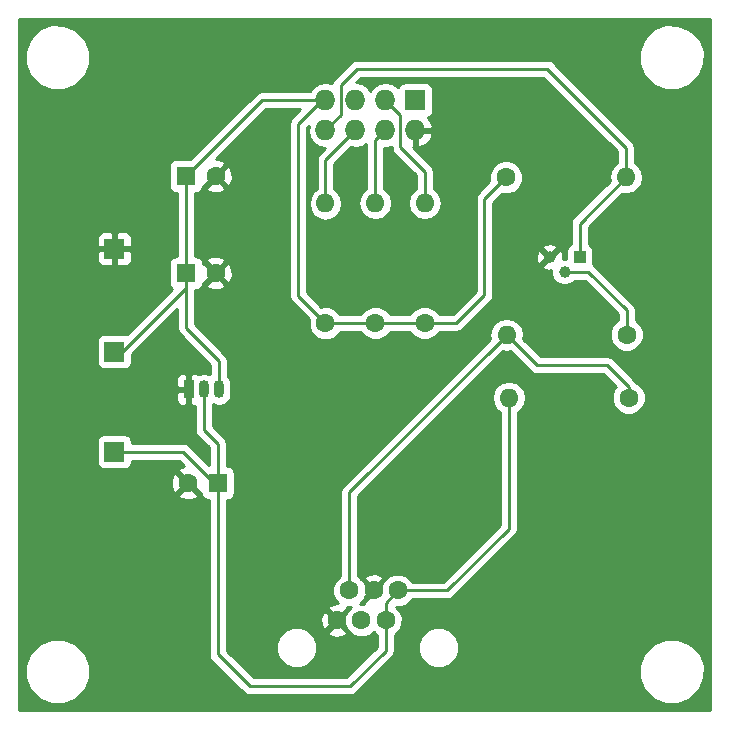
<source format=gbr>
G04 #@! TF.FileFunction,Copper,L1,Top,Signal*
%FSLAX46Y46*%
G04 Gerber Fmt 4.6, Leading zero omitted, Abs format (unit mm)*
G04 Created by KiCad (PCBNEW 4.0.7) date 12/15/18 01:51:04*
%MOMM*%
%LPD*%
G01*
G04 APERTURE LIST*
%ADD10C,0.100000*%
%ADD11R,1.600000X1.600000*%
%ADD12C,1.600000*%
%ADD13R,1.700000X1.700000*%
%ADD14C,1.000000*%
%ADD15R,1.000000X1.000000*%
%ADD16O,0.900000X1.500000*%
%ADD17R,0.900000X1.500000*%
%ADD18R,1.727200X1.727200*%
%ADD19O,1.727200X1.727200*%
%ADD20O,1.600000X1.600000*%
%ADD21C,0.250000*%
%ADD22C,0.254000*%
G04 APERTURE END LIST*
D10*
D11*
X117576600Y-140030200D03*
D12*
X115076600Y-140030200D03*
D11*
X114884200Y-122275600D03*
D12*
X117384200Y-122275600D03*
D11*
X114884200Y-114046000D03*
D12*
X117384200Y-114046000D03*
X132801200Y-149134800D03*
X131781200Y-151674800D03*
X130761200Y-149134800D03*
X129741200Y-151674800D03*
X128721200Y-149134800D03*
X127701200Y-151674800D03*
D13*
X108813600Y-128905000D03*
X108813600Y-137388600D03*
X108813600Y-120218200D03*
D14*
X146939000Y-122174000D03*
X145669000Y-120904000D03*
D15*
X148209000Y-120904000D03*
D16*
X116382800Y-132105400D03*
X117652800Y-132105400D03*
D17*
X115112800Y-132105400D03*
D18*
X134315200Y-107619800D03*
D19*
X134315200Y-110159800D03*
X131775200Y-107619800D03*
X131775200Y-110159800D03*
X129235200Y-107619800D03*
X129235200Y-110159800D03*
X126695200Y-107619800D03*
X126695200Y-110159800D03*
D12*
X135102600Y-126492000D03*
D20*
X135102600Y-116332000D03*
D12*
X130911600Y-126492000D03*
D20*
X130911600Y-116332000D03*
D12*
X126695200Y-126517400D03*
D20*
X126695200Y-116357400D03*
D12*
X152196800Y-127482600D03*
D20*
X142036800Y-127482600D03*
D12*
X152374600Y-132816600D03*
D20*
X142214600Y-132816600D03*
D12*
X141986000Y-114147600D03*
D20*
X152146000Y-114147600D03*
D21*
X117576600Y-140030200D02*
X117246400Y-140030200D01*
X117246400Y-140030200D02*
X114604800Y-137388600D01*
X114604800Y-137388600D02*
X108813600Y-137388600D01*
X117576600Y-140030200D02*
X117576600Y-136702800D01*
X116382800Y-135509000D02*
X116382800Y-132105400D01*
X117576600Y-136702800D02*
X116382800Y-135509000D01*
X131781200Y-151674800D02*
X131781200Y-154248200D01*
X117576600Y-154533600D02*
X117576600Y-140030200D01*
X120294400Y-157251400D02*
X117576600Y-154533600D01*
X128778000Y-157251400D02*
X120294400Y-157251400D01*
X131781200Y-154248200D02*
X128778000Y-157251400D01*
X132801200Y-149134800D02*
X136970800Y-149134800D01*
X142214600Y-143891000D02*
X142214600Y-132816600D01*
X136970800Y-149134800D02*
X142214600Y-143891000D01*
X131781200Y-151674800D02*
X131781200Y-150154800D01*
X131781200Y-150154800D02*
X132801200Y-149134800D01*
X126695200Y-107619800D02*
X126365000Y-107619800D01*
X126365000Y-107619800D02*
X124383800Y-109601000D01*
X124383800Y-124206000D02*
X126695200Y-126517400D01*
X124383800Y-109601000D02*
X124383800Y-124206000D01*
X117652800Y-132105400D02*
X117652800Y-129692400D01*
X114884200Y-126923800D02*
X114884200Y-122275600D01*
X117652800Y-129692400D02*
X114884200Y-126923800D01*
X114884200Y-122275600D02*
X114884200Y-123494800D01*
X114884200Y-123494800D02*
X109347000Y-129032000D01*
X114884200Y-114046000D02*
X114884200Y-122275600D01*
X126695200Y-107619800D02*
X121310400Y-107619800D01*
X121310400Y-107619800D02*
X114884200Y-114046000D01*
X135102600Y-126492000D02*
X137769600Y-126492000D01*
X140157200Y-115976400D02*
X141986000Y-114147600D01*
X140157200Y-124104400D02*
X140157200Y-115976400D01*
X137769600Y-126492000D02*
X140157200Y-124104400D01*
X126695200Y-126517400D02*
X130886200Y-126517400D01*
X130886200Y-126517400D02*
X130911600Y-126492000D01*
X130911600Y-126492000D02*
X135102600Y-126492000D01*
X152374600Y-132816600D02*
X152374600Y-131902200D01*
X144627600Y-130073400D02*
X142036800Y-127482600D01*
X150545800Y-130073400D02*
X144627600Y-130073400D01*
X152374600Y-131902200D02*
X150545800Y-130073400D01*
X128721200Y-149134800D02*
X128721200Y-140798200D01*
X128721200Y-140798200D02*
X142036800Y-127482600D01*
X152196800Y-127482600D02*
X152196800Y-125425200D01*
X148945600Y-122174000D02*
X146939000Y-122174000D01*
X152196800Y-125425200D02*
X148945600Y-122174000D01*
X152146000Y-114147600D02*
X152146000Y-111633000D01*
X127990600Y-108864400D02*
X126695200Y-110159800D01*
X127990600Y-106349800D02*
X127990600Y-108864400D01*
X129387600Y-104952800D02*
X127990600Y-106349800D01*
X145465800Y-104952800D02*
X129387600Y-104952800D01*
X152146000Y-111633000D02*
X145465800Y-104952800D01*
X148209000Y-120904000D02*
X148209000Y-118084600D01*
X148209000Y-118084600D02*
X152146000Y-114147600D01*
X135102600Y-116332000D02*
X135102600Y-113665000D01*
X133045200Y-108889800D02*
X131775200Y-107619800D01*
X133045200Y-111607600D02*
X133045200Y-108889800D01*
X135102600Y-113665000D02*
X133045200Y-111607600D01*
X130911600Y-116332000D02*
X130911600Y-111023400D01*
X130911600Y-111023400D02*
X131775200Y-110159800D01*
X126695200Y-116357400D02*
X126695200Y-112699800D01*
X126695200Y-112699800D02*
X129235200Y-110159800D01*
D22*
G36*
X159265000Y-159265000D02*
X100735000Y-159265000D01*
X100735000Y-156551540D01*
X101214518Y-156551540D01*
X101637616Y-157575515D01*
X102420365Y-158359631D01*
X103443599Y-158784515D01*
X104551540Y-158785482D01*
X105575515Y-158362384D01*
X106359631Y-157579635D01*
X106784515Y-156556401D01*
X106785482Y-155448460D01*
X106362384Y-154424485D01*
X105579635Y-153640369D01*
X104556401Y-153215485D01*
X103448460Y-153214518D01*
X102424485Y-153637616D01*
X101640369Y-154420365D01*
X101215485Y-155443599D01*
X101214518Y-156551540D01*
X100735000Y-156551540D01*
X100735000Y-141037945D01*
X114248461Y-141037945D01*
X114322595Y-141284064D01*
X114859823Y-141477165D01*
X115430054Y-141449978D01*
X115830605Y-141284064D01*
X115904739Y-141037945D01*
X115076600Y-140209805D01*
X114248461Y-141037945D01*
X100735000Y-141037945D01*
X100735000Y-139813423D01*
X113629635Y-139813423D01*
X113656822Y-140383654D01*
X113822736Y-140784205D01*
X114068855Y-140858339D01*
X114896995Y-140030200D01*
X114068855Y-139202061D01*
X113822736Y-139276195D01*
X113629635Y-139813423D01*
X100735000Y-139813423D01*
X100735000Y-132391150D01*
X114027800Y-132391150D01*
X114027800Y-132981710D01*
X114124473Y-133215099D01*
X114303102Y-133393727D01*
X114536491Y-133490400D01*
X114827050Y-133490400D01*
X114985800Y-133331650D01*
X114985800Y-132232400D01*
X114186550Y-132232400D01*
X114027800Y-132391150D01*
X100735000Y-132391150D01*
X100735000Y-131229090D01*
X114027800Y-131229090D01*
X114027800Y-131819650D01*
X114186550Y-131978400D01*
X114985800Y-131978400D01*
X114985800Y-130879150D01*
X114827050Y-130720400D01*
X114536491Y-130720400D01*
X114303102Y-130817073D01*
X114124473Y-130995701D01*
X114027800Y-131229090D01*
X100735000Y-131229090D01*
X100735000Y-128055000D01*
X107316160Y-128055000D01*
X107316160Y-129755000D01*
X107360438Y-129990317D01*
X107499510Y-130206441D01*
X107711710Y-130351431D01*
X107963600Y-130402440D01*
X109663600Y-130402440D01*
X109898917Y-130358162D01*
X110115041Y-130219090D01*
X110260031Y-130006890D01*
X110311040Y-129755000D01*
X110311040Y-129142762D01*
X114124200Y-125329602D01*
X114124200Y-126923800D01*
X114182052Y-127214639D01*
X114346799Y-127461201D01*
X116892800Y-130007202D01*
X116892800Y-130839192D01*
X116798012Y-130775857D01*
X116382800Y-130693266D01*
X115967588Y-130775857D01*
X115912254Y-130812830D01*
X115689109Y-130720400D01*
X115398550Y-130720400D01*
X115239800Y-130879150D01*
X115239800Y-131978400D01*
X115259800Y-131978400D01*
X115259800Y-132232400D01*
X115239800Y-132232400D01*
X115239800Y-133331650D01*
X115398550Y-133490400D01*
X115622800Y-133490400D01*
X115622800Y-135509000D01*
X115680652Y-135799839D01*
X115845399Y-136046401D01*
X116816600Y-137017602D01*
X116816600Y-138525598D01*
X115142201Y-136851199D01*
X114895639Y-136686452D01*
X114604800Y-136628600D01*
X110311040Y-136628600D01*
X110311040Y-136538600D01*
X110266762Y-136303283D01*
X110127690Y-136087159D01*
X109915490Y-135942169D01*
X109663600Y-135891160D01*
X107963600Y-135891160D01*
X107728283Y-135935438D01*
X107512159Y-136074510D01*
X107367169Y-136286710D01*
X107316160Y-136538600D01*
X107316160Y-138238600D01*
X107360438Y-138473917D01*
X107499510Y-138690041D01*
X107711710Y-138835031D01*
X107963600Y-138886040D01*
X109663600Y-138886040D01*
X109898917Y-138841762D01*
X110115041Y-138702690D01*
X110260031Y-138490490D01*
X110311040Y-138238600D01*
X110311040Y-138148600D01*
X114289998Y-138148600D01*
X114750515Y-138609117D01*
X114723146Y-138610422D01*
X114322595Y-138776336D01*
X114248461Y-139022455D01*
X115076600Y-139850595D01*
X115090742Y-139836452D01*
X115270348Y-140016058D01*
X115256205Y-140030200D01*
X116084345Y-140858339D01*
X116131767Y-140844055D01*
X116173438Y-141065517D01*
X116312510Y-141281641D01*
X116524710Y-141426631D01*
X116776600Y-141477640D01*
X116816600Y-141477640D01*
X116816600Y-154533600D01*
X116874452Y-154824439D01*
X117039199Y-155071001D01*
X119756999Y-157788801D01*
X120003561Y-157953548D01*
X120294400Y-158011400D01*
X128778000Y-158011400D01*
X129068839Y-157953548D01*
X129315401Y-157788801D01*
X130552662Y-156551540D01*
X153214518Y-156551540D01*
X153637616Y-157575515D01*
X154420365Y-158359631D01*
X155443599Y-158784515D01*
X156551540Y-158785482D01*
X157575515Y-158362384D01*
X158359631Y-157579635D01*
X158784515Y-156556401D01*
X158785482Y-155448460D01*
X158362384Y-154424485D01*
X157579635Y-153640369D01*
X156556401Y-153215485D01*
X155448460Y-153214518D01*
X154424485Y-153637616D01*
X153640369Y-154420365D01*
X153215485Y-155443599D01*
X153214518Y-156551540D01*
X130552662Y-156551540D01*
X132318601Y-154785601D01*
X132483348Y-154539040D01*
X132527236Y-154318399D01*
X134515899Y-154318399D01*
X134779481Y-154956315D01*
X135267118Y-155444804D01*
X135904573Y-155709499D01*
X136594799Y-155710101D01*
X137232715Y-155446519D01*
X137721204Y-154958882D01*
X137985899Y-154321427D01*
X137986501Y-153631201D01*
X137722919Y-152993285D01*
X137235282Y-152504796D01*
X136597827Y-152240101D01*
X135907601Y-152239499D01*
X135269685Y-152503081D01*
X134781196Y-152990718D01*
X134516501Y-153628173D01*
X134515899Y-154318399D01*
X132527236Y-154318399D01*
X132541200Y-154248200D01*
X132541200Y-152913446D01*
X132593000Y-152892043D01*
X132997024Y-152488723D01*
X133215950Y-151961491D01*
X133216448Y-151390613D01*
X132998443Y-150863000D01*
X132705671Y-150569717D01*
X133085387Y-150570048D01*
X133613000Y-150352043D01*
X134017024Y-149948723D01*
X134039415Y-149894800D01*
X136970800Y-149894800D01*
X137261639Y-149836948D01*
X137508201Y-149672201D01*
X142752001Y-144428401D01*
X142916748Y-144181839D01*
X142974600Y-143891000D01*
X142974600Y-134020267D01*
X143257411Y-133831298D01*
X143568480Y-133365751D01*
X143677713Y-132816600D01*
X143568480Y-132267449D01*
X143257411Y-131801902D01*
X142791864Y-131490833D01*
X142242713Y-131381600D01*
X142186487Y-131381600D01*
X141637336Y-131490833D01*
X141171789Y-131801902D01*
X140860720Y-132267449D01*
X140751487Y-132816600D01*
X140860720Y-133365751D01*
X141171789Y-133831298D01*
X141454600Y-134020267D01*
X141454600Y-143576198D01*
X136655998Y-148374800D01*
X134039846Y-148374800D01*
X134018443Y-148323000D01*
X133615123Y-147918976D01*
X133087891Y-147700050D01*
X132517013Y-147699552D01*
X131989400Y-147917557D01*
X131585376Y-148320877D01*
X131465120Y-148610486D01*
X130940805Y-149134800D01*
X130954948Y-149148942D01*
X130775342Y-149328548D01*
X130761200Y-149314405D01*
X129933061Y-150142545D01*
X129962413Y-150239993D01*
X129645523Y-150239716D01*
X129937024Y-149948723D01*
X130057280Y-149659114D01*
X130581595Y-149134800D01*
X130057194Y-148610400D01*
X129938443Y-148323000D01*
X129742840Y-148127055D01*
X129933061Y-148127055D01*
X130761200Y-148955195D01*
X131589339Y-148127055D01*
X131515205Y-147880936D01*
X130977977Y-147687835D01*
X130407746Y-147715022D01*
X130007195Y-147880936D01*
X129933061Y-148127055D01*
X129742840Y-148127055D01*
X129535123Y-147918976D01*
X129481200Y-147896585D01*
X129481200Y-141113002D01*
X141731698Y-128862504D01*
X142008687Y-128917600D01*
X142064913Y-128917600D01*
X142341901Y-128862504D01*
X144090198Y-130610801D01*
X144213617Y-130693266D01*
X144336761Y-130775548D01*
X144627600Y-130833400D01*
X150230998Y-130833400D01*
X151279631Y-131882033D01*
X151158776Y-132002677D01*
X150939850Y-132529909D01*
X150939352Y-133100787D01*
X151157357Y-133628400D01*
X151560677Y-134032424D01*
X152087909Y-134251350D01*
X152658787Y-134251848D01*
X153186400Y-134033843D01*
X153590424Y-133630523D01*
X153809350Y-133103291D01*
X153809848Y-132532413D01*
X153591843Y-132004800D01*
X153188523Y-131600776D01*
X153024039Y-131532476D01*
X152912001Y-131364799D01*
X151083201Y-129535999D01*
X150836639Y-129371252D01*
X150545800Y-129313400D01*
X144942403Y-129313400D01*
X143435488Y-127806486D01*
X143499913Y-127482600D01*
X143390680Y-126933449D01*
X143079611Y-126467902D01*
X142614064Y-126156833D01*
X142064913Y-126047600D01*
X142008687Y-126047600D01*
X141459536Y-126156833D01*
X140993989Y-126467902D01*
X140682920Y-126933449D01*
X140573687Y-127482600D01*
X140638112Y-127806486D01*
X128183799Y-140260799D01*
X128019052Y-140507361D01*
X127961200Y-140798200D01*
X127961200Y-147896154D01*
X127909400Y-147917557D01*
X127505376Y-148320877D01*
X127286450Y-148848109D01*
X127285952Y-149418987D01*
X127503957Y-149946600D01*
X127790757Y-150233900D01*
X127347746Y-150255022D01*
X126947195Y-150420936D01*
X126873061Y-150667055D01*
X127701200Y-151495195D01*
X128529339Y-150667055D01*
X128499987Y-150569607D01*
X128816877Y-150569884D01*
X128525376Y-150860877D01*
X128405120Y-151150486D01*
X127880805Y-151674800D01*
X128405206Y-152199200D01*
X128523957Y-152486600D01*
X128927277Y-152890624D01*
X129454509Y-153109550D01*
X130025387Y-153110048D01*
X130553000Y-152892043D01*
X130761209Y-152684197D01*
X130967277Y-152890624D01*
X131021200Y-152913015D01*
X131021200Y-153933398D01*
X128463198Y-156491400D01*
X120609202Y-156491400D01*
X118436201Y-154318399D01*
X122515899Y-154318399D01*
X122779481Y-154956315D01*
X123267118Y-155444804D01*
X123904573Y-155709499D01*
X124594799Y-155710101D01*
X125232715Y-155446519D01*
X125721204Y-154958882D01*
X125985899Y-154321427D01*
X125986501Y-153631201D01*
X125722919Y-152993285D01*
X125412721Y-152682545D01*
X126873061Y-152682545D01*
X126947195Y-152928664D01*
X127484423Y-153121765D01*
X128054654Y-153094578D01*
X128455205Y-152928664D01*
X128529339Y-152682545D01*
X127701200Y-151854405D01*
X126873061Y-152682545D01*
X125412721Y-152682545D01*
X125235282Y-152504796D01*
X124597827Y-152240101D01*
X123907601Y-152239499D01*
X123269685Y-152503081D01*
X122781196Y-152990718D01*
X122516501Y-153628173D01*
X122515899Y-154318399D01*
X118436201Y-154318399D01*
X118336600Y-154218798D01*
X118336600Y-151458023D01*
X126254235Y-151458023D01*
X126281422Y-152028254D01*
X126447336Y-152428805D01*
X126693455Y-152502939D01*
X127521595Y-151674800D01*
X126693455Y-150846661D01*
X126447336Y-150920795D01*
X126254235Y-151458023D01*
X118336600Y-151458023D01*
X118336600Y-141477640D01*
X118376600Y-141477640D01*
X118611917Y-141433362D01*
X118828041Y-141294290D01*
X118973031Y-141082090D01*
X119024040Y-140830200D01*
X119024040Y-139230200D01*
X118979762Y-138994883D01*
X118840690Y-138778759D01*
X118628490Y-138633769D01*
X118376600Y-138582760D01*
X118336600Y-138582760D01*
X118336600Y-136702800D01*
X118278748Y-136411961D01*
X118114001Y-136165399D01*
X117142800Y-135194198D01*
X117142800Y-133371608D01*
X117237588Y-133434943D01*
X117652800Y-133517534D01*
X118068012Y-133434943D01*
X118420011Y-133199745D01*
X118655209Y-132847746D01*
X118737800Y-132432534D01*
X118737800Y-131778266D01*
X118655209Y-131363054D01*
X118420011Y-131011055D01*
X118412800Y-131006237D01*
X118412800Y-129692400D01*
X118354948Y-129401561D01*
X118190201Y-129154999D01*
X115644200Y-126608998D01*
X115644200Y-123723040D01*
X115684200Y-123723040D01*
X115919517Y-123678762D01*
X116135641Y-123539690D01*
X116280631Y-123327490D01*
X116289570Y-123283345D01*
X116556061Y-123283345D01*
X116630195Y-123529464D01*
X117167423Y-123722565D01*
X117737654Y-123695378D01*
X118138205Y-123529464D01*
X118212339Y-123283345D01*
X117384200Y-122455205D01*
X116556061Y-123283345D01*
X116289570Y-123283345D01*
X116328846Y-123089399D01*
X116376455Y-123103739D01*
X117204595Y-122275600D01*
X117563805Y-122275600D01*
X118391945Y-123103739D01*
X118638064Y-123029605D01*
X118831165Y-122492377D01*
X118803978Y-121922146D01*
X118638064Y-121521595D01*
X118391945Y-121447461D01*
X117563805Y-122275600D01*
X117204595Y-122275600D01*
X116376455Y-121447461D01*
X116329033Y-121461745D01*
X116292551Y-121267855D01*
X116556061Y-121267855D01*
X117384200Y-122095995D01*
X118212339Y-121267855D01*
X118138205Y-121021736D01*
X117600977Y-120828635D01*
X117030746Y-120855822D01*
X116630195Y-121021736D01*
X116556061Y-121267855D01*
X116292551Y-121267855D01*
X116287362Y-121240283D01*
X116148290Y-121024159D01*
X115936090Y-120879169D01*
X115684200Y-120828160D01*
X115644200Y-120828160D01*
X115644200Y-115493440D01*
X115684200Y-115493440D01*
X115919517Y-115449162D01*
X116135641Y-115310090D01*
X116280631Y-115097890D01*
X116289570Y-115053745D01*
X116556061Y-115053745D01*
X116630195Y-115299864D01*
X117167423Y-115492965D01*
X117737654Y-115465778D01*
X118138205Y-115299864D01*
X118212339Y-115053745D01*
X117384200Y-114225605D01*
X116556061Y-115053745D01*
X116289570Y-115053745D01*
X116328846Y-114859799D01*
X116376455Y-114874139D01*
X117204595Y-114046000D01*
X117563805Y-114046000D01*
X118391945Y-114874139D01*
X118638064Y-114800005D01*
X118831165Y-114262777D01*
X118803978Y-113692546D01*
X118638064Y-113291995D01*
X118391945Y-113217861D01*
X117563805Y-114046000D01*
X117204595Y-114046000D01*
X117190452Y-114031858D01*
X117370058Y-113852252D01*
X117384200Y-113866395D01*
X118212339Y-113038255D01*
X118138205Y-112792136D01*
X117600977Y-112599035D01*
X117396204Y-112608798D01*
X121625202Y-108379800D01*
X124530198Y-108379800D01*
X123846399Y-109063599D01*
X123681652Y-109310161D01*
X123623800Y-109601000D01*
X123623800Y-124206000D01*
X123681652Y-124496839D01*
X123846399Y-124743401D01*
X125281944Y-126178946D01*
X125260450Y-126230709D01*
X125259952Y-126801587D01*
X125477957Y-127329200D01*
X125881277Y-127733224D01*
X126408509Y-127952150D01*
X126979387Y-127952648D01*
X127507000Y-127734643D01*
X127911024Y-127331323D01*
X127933415Y-127277400D01*
X129683449Y-127277400D01*
X129694357Y-127303800D01*
X130097677Y-127707824D01*
X130624909Y-127926750D01*
X131195787Y-127927248D01*
X131723400Y-127709243D01*
X132127424Y-127305923D01*
X132149815Y-127252000D01*
X133863954Y-127252000D01*
X133885357Y-127303800D01*
X134288677Y-127707824D01*
X134815909Y-127926750D01*
X135386787Y-127927248D01*
X135914400Y-127709243D01*
X136318424Y-127305923D01*
X136340815Y-127252000D01*
X137769600Y-127252000D01*
X138060439Y-127194148D01*
X138307001Y-127029401D01*
X140694601Y-124641801D01*
X140859348Y-124395240D01*
X140917200Y-124104400D01*
X140917200Y-120758972D01*
X144520888Y-120758972D01*
X144552783Y-121209375D01*
X144663783Y-121477352D01*
X144878896Y-121514499D01*
X145489395Y-120904000D01*
X144878896Y-120293501D01*
X144663783Y-120330648D01*
X144520888Y-120758972D01*
X140917200Y-120758972D01*
X140917200Y-120113896D01*
X145058501Y-120113896D01*
X145669000Y-120724395D01*
X146279499Y-120113896D01*
X146242352Y-119898783D01*
X145814028Y-119755888D01*
X145363625Y-119787783D01*
X145095648Y-119898783D01*
X145058501Y-120113896D01*
X140917200Y-120113896D01*
X140917200Y-116291202D01*
X141647546Y-115560856D01*
X141699309Y-115582350D01*
X142270187Y-115582848D01*
X142797800Y-115364843D01*
X143201824Y-114961523D01*
X143420750Y-114434291D01*
X143421248Y-113863413D01*
X143203243Y-113335800D01*
X142799923Y-112931776D01*
X142272691Y-112712850D01*
X141701813Y-112712352D01*
X141174200Y-112930357D01*
X140770176Y-113333677D01*
X140551250Y-113860909D01*
X140550752Y-114431787D01*
X140573049Y-114485749D01*
X139619799Y-115438999D01*
X139455052Y-115685561D01*
X139397200Y-115976400D01*
X139397200Y-123789598D01*
X137454798Y-125732000D01*
X136341246Y-125732000D01*
X136319843Y-125680200D01*
X135916523Y-125276176D01*
X135389291Y-125057250D01*
X134818413Y-125056752D01*
X134290800Y-125274757D01*
X133886776Y-125678077D01*
X133864385Y-125732000D01*
X132150246Y-125732000D01*
X132128843Y-125680200D01*
X131725523Y-125276176D01*
X131198291Y-125057250D01*
X130627413Y-125056752D01*
X130099800Y-125274757D01*
X129695776Y-125678077D01*
X129662838Y-125757400D01*
X127933846Y-125757400D01*
X127912443Y-125705600D01*
X127509123Y-125301576D01*
X126981891Y-125082650D01*
X126411013Y-125082152D01*
X126357051Y-125104449D01*
X125143800Y-123891198D01*
X125143800Y-109915802D01*
X125263006Y-109796596D01*
X125196600Y-110130441D01*
X125196600Y-110189159D01*
X125310674Y-110762648D01*
X125635530Y-111248829D01*
X126121711Y-111573685D01*
X126642852Y-111677346D01*
X126157799Y-112162399D01*
X125993052Y-112408961D01*
X125935200Y-112699800D01*
X125935200Y-115144405D01*
X125680502Y-115314589D01*
X125369433Y-115780136D01*
X125260200Y-116329287D01*
X125260200Y-116385513D01*
X125369433Y-116934664D01*
X125680502Y-117400211D01*
X126146049Y-117711280D01*
X126695200Y-117820513D01*
X127244351Y-117711280D01*
X127709898Y-117400211D01*
X128020967Y-116934664D01*
X128130200Y-116385513D01*
X128130200Y-116329287D01*
X128020967Y-115780136D01*
X127709898Y-115314589D01*
X127455200Y-115144405D01*
X127455200Y-113014602D01*
X128857227Y-111612575D01*
X129235200Y-111687759D01*
X129808689Y-111573685D01*
X130151600Y-111344559D01*
X130151600Y-115119005D01*
X129896902Y-115289189D01*
X129585833Y-115754736D01*
X129476600Y-116303887D01*
X129476600Y-116360113D01*
X129585833Y-116909264D01*
X129896902Y-117374811D01*
X130362449Y-117685880D01*
X130911600Y-117795113D01*
X131460751Y-117685880D01*
X131926298Y-117374811D01*
X132237367Y-116909264D01*
X132346600Y-116360113D01*
X132346600Y-116303887D01*
X132237367Y-115754736D01*
X131926298Y-115289189D01*
X131671600Y-115119005D01*
X131671600Y-111667152D01*
X131775200Y-111687759D01*
X132285200Y-111586314D01*
X132285200Y-111607600D01*
X132343052Y-111898439D01*
X132507799Y-112145001D01*
X134342600Y-113979802D01*
X134342600Y-115119005D01*
X134087902Y-115289189D01*
X133776833Y-115754736D01*
X133667600Y-116303887D01*
X133667600Y-116360113D01*
X133776833Y-116909264D01*
X134087902Y-117374811D01*
X134553449Y-117685880D01*
X135102600Y-117795113D01*
X135651751Y-117685880D01*
X136117298Y-117374811D01*
X136428367Y-116909264D01*
X136537600Y-116360113D01*
X136537600Y-116303887D01*
X136428367Y-115754736D01*
X136117298Y-115289189D01*
X135862600Y-115119005D01*
X135862600Y-113665000D01*
X135804748Y-113374161D01*
X135640001Y-113127599D01*
X134068510Y-111556108D01*
X134188200Y-111493617D01*
X134188200Y-110286800D01*
X134442200Y-110286800D01*
X134442200Y-111493617D01*
X134674226Y-111614758D01*
X135090147Y-111442488D01*
X135522021Y-111048290D01*
X135770168Y-110518827D01*
X135649669Y-110286800D01*
X134442200Y-110286800D01*
X134188200Y-110286800D01*
X134168200Y-110286800D01*
X134168200Y-110032800D01*
X134188200Y-110032800D01*
X134188200Y-110012800D01*
X134442200Y-110012800D01*
X134442200Y-110032800D01*
X135649669Y-110032800D01*
X135770168Y-109800773D01*
X135522021Y-109271310D01*
X135335767Y-109101305D01*
X135414117Y-109086562D01*
X135630241Y-108947490D01*
X135775231Y-108735290D01*
X135826240Y-108483400D01*
X135826240Y-106756200D01*
X135781962Y-106520883D01*
X135642890Y-106304759D01*
X135430690Y-106159769D01*
X135178800Y-106108760D01*
X133451600Y-106108760D01*
X133216283Y-106153038D01*
X133000159Y-106292110D01*
X132855169Y-106504310D01*
X132846336Y-106547931D01*
X132834870Y-106530771D01*
X132348689Y-106205915D01*
X131775200Y-106091841D01*
X131201711Y-106205915D01*
X130715530Y-106530771D01*
X130505200Y-106845552D01*
X130294870Y-106530771D01*
X129808689Y-106205915D01*
X129308734Y-106106468D01*
X129702402Y-105712800D01*
X145150998Y-105712800D01*
X151386000Y-111947802D01*
X151386000Y-112943933D01*
X151103189Y-113132902D01*
X150792120Y-113598449D01*
X150682887Y-114147600D01*
X150747312Y-114471486D01*
X147671599Y-117547199D01*
X147506852Y-117793761D01*
X147449000Y-118084600D01*
X147449000Y-119816721D01*
X147257559Y-119939910D01*
X147112569Y-120152110D01*
X147061560Y-120404000D01*
X147061560Y-121039106D01*
X146816394Y-121038892D01*
X146785217Y-120598625D01*
X146674217Y-120330648D01*
X146459104Y-120293501D01*
X145848605Y-120904000D01*
X145862748Y-120918143D01*
X145683143Y-121097748D01*
X145669000Y-121083605D01*
X145058501Y-121694104D01*
X145095648Y-121909217D01*
X145523972Y-122052112D01*
X145804123Y-122032273D01*
X145803803Y-122398775D01*
X145976233Y-122816086D01*
X146295235Y-123135645D01*
X146712244Y-123308803D01*
X147163775Y-123309197D01*
X147581086Y-123136767D01*
X147784207Y-122934000D01*
X148630798Y-122934000D01*
X151436800Y-125740002D01*
X151436800Y-126243954D01*
X151385000Y-126265357D01*
X150980976Y-126668677D01*
X150762050Y-127195909D01*
X150761552Y-127766787D01*
X150979557Y-128294400D01*
X151382877Y-128698424D01*
X151910109Y-128917350D01*
X152480987Y-128917848D01*
X153008600Y-128699843D01*
X153412624Y-128296523D01*
X153631550Y-127769291D01*
X153632048Y-127198413D01*
X153414043Y-126670800D01*
X153010723Y-126266776D01*
X152956800Y-126244385D01*
X152956800Y-125425200D01*
X152898948Y-125134361D01*
X152734201Y-124887799D01*
X149483001Y-121636599D01*
X149330035Y-121534391D01*
X149356440Y-121404000D01*
X149356440Y-120404000D01*
X149312162Y-120168683D01*
X149173090Y-119952559D01*
X148969000Y-119813110D01*
X148969000Y-118399402D01*
X151840898Y-115527504D01*
X152117887Y-115582600D01*
X152174113Y-115582600D01*
X152723264Y-115473367D01*
X153188811Y-115162298D01*
X153499880Y-114696751D01*
X153609113Y-114147600D01*
X153499880Y-113598449D01*
X153188811Y-113132902D01*
X152906000Y-112943933D01*
X152906000Y-111633000D01*
X152848148Y-111342161D01*
X152848148Y-111342160D01*
X152683401Y-111095599D01*
X146139342Y-104551540D01*
X153214518Y-104551540D01*
X153637616Y-105575515D01*
X154420365Y-106359631D01*
X155443599Y-106784515D01*
X156551540Y-106785482D01*
X157575515Y-106362384D01*
X158359631Y-105579635D01*
X158784515Y-104556401D01*
X158785482Y-103448460D01*
X158362384Y-102424485D01*
X157579635Y-101640369D01*
X156556401Y-101215485D01*
X155448460Y-101214518D01*
X154424485Y-101637616D01*
X153640369Y-102420365D01*
X153215485Y-103443599D01*
X153214518Y-104551540D01*
X146139342Y-104551540D01*
X146003201Y-104415399D01*
X145756639Y-104250652D01*
X145465800Y-104192800D01*
X129387600Y-104192800D01*
X129096760Y-104250652D01*
X128850199Y-104415399D01*
X127453199Y-105812399D01*
X127288452Y-106058961D01*
X127259581Y-106204103D01*
X126695200Y-106091841D01*
X126121711Y-106205915D01*
X125635530Y-106530771D01*
X125415680Y-106859800D01*
X121310400Y-106859800D01*
X121019560Y-106917652D01*
X120772999Y-107082399D01*
X115256838Y-112598560D01*
X114084200Y-112598560D01*
X113848883Y-112642838D01*
X113632759Y-112781910D01*
X113487769Y-112994110D01*
X113436760Y-113246000D01*
X113436760Y-114846000D01*
X113481038Y-115081317D01*
X113620110Y-115297441D01*
X113832310Y-115442431D01*
X114084200Y-115493440D01*
X114124200Y-115493440D01*
X114124200Y-120828160D01*
X114084200Y-120828160D01*
X113848883Y-120872438D01*
X113632759Y-121011510D01*
X113487769Y-121223710D01*
X113436760Y-121475600D01*
X113436760Y-123075600D01*
X113481038Y-123310917D01*
X113620110Y-123527041D01*
X113713409Y-123590789D01*
X109857394Y-127446804D01*
X109663600Y-127407560D01*
X107963600Y-127407560D01*
X107728283Y-127451838D01*
X107512159Y-127590910D01*
X107367169Y-127803110D01*
X107316160Y-128055000D01*
X100735000Y-128055000D01*
X100735000Y-120503950D01*
X107328600Y-120503950D01*
X107328600Y-121194510D01*
X107425273Y-121427899D01*
X107603902Y-121606527D01*
X107837291Y-121703200D01*
X108527850Y-121703200D01*
X108686600Y-121544450D01*
X108686600Y-120345200D01*
X108940600Y-120345200D01*
X108940600Y-121544450D01*
X109099350Y-121703200D01*
X109789909Y-121703200D01*
X110023298Y-121606527D01*
X110201927Y-121427899D01*
X110298600Y-121194510D01*
X110298600Y-120503950D01*
X110139850Y-120345200D01*
X108940600Y-120345200D01*
X108686600Y-120345200D01*
X107487350Y-120345200D01*
X107328600Y-120503950D01*
X100735000Y-120503950D01*
X100735000Y-119241890D01*
X107328600Y-119241890D01*
X107328600Y-119932450D01*
X107487350Y-120091200D01*
X108686600Y-120091200D01*
X108686600Y-118891950D01*
X108940600Y-118891950D01*
X108940600Y-120091200D01*
X110139850Y-120091200D01*
X110298600Y-119932450D01*
X110298600Y-119241890D01*
X110201927Y-119008501D01*
X110023298Y-118829873D01*
X109789909Y-118733200D01*
X109099350Y-118733200D01*
X108940600Y-118891950D01*
X108686600Y-118891950D01*
X108527850Y-118733200D01*
X107837291Y-118733200D01*
X107603902Y-118829873D01*
X107425273Y-119008501D01*
X107328600Y-119241890D01*
X100735000Y-119241890D01*
X100735000Y-104551540D01*
X101214518Y-104551540D01*
X101637616Y-105575515D01*
X102420365Y-106359631D01*
X103443599Y-106784515D01*
X104551540Y-106785482D01*
X105575515Y-106362384D01*
X106359631Y-105579635D01*
X106784515Y-104556401D01*
X106785482Y-103448460D01*
X106362384Y-102424485D01*
X105579635Y-101640369D01*
X104556401Y-101215485D01*
X103448460Y-101214518D01*
X102424485Y-101637616D01*
X101640369Y-102420365D01*
X101215485Y-103443599D01*
X101214518Y-104551540D01*
X100735000Y-104551540D01*
X100735000Y-100735000D01*
X159265000Y-100735000D01*
X159265000Y-159265000D01*
X159265000Y-159265000D01*
G37*
X159265000Y-159265000D02*
X100735000Y-159265000D01*
X100735000Y-156551540D01*
X101214518Y-156551540D01*
X101637616Y-157575515D01*
X102420365Y-158359631D01*
X103443599Y-158784515D01*
X104551540Y-158785482D01*
X105575515Y-158362384D01*
X106359631Y-157579635D01*
X106784515Y-156556401D01*
X106785482Y-155448460D01*
X106362384Y-154424485D01*
X105579635Y-153640369D01*
X104556401Y-153215485D01*
X103448460Y-153214518D01*
X102424485Y-153637616D01*
X101640369Y-154420365D01*
X101215485Y-155443599D01*
X101214518Y-156551540D01*
X100735000Y-156551540D01*
X100735000Y-141037945D01*
X114248461Y-141037945D01*
X114322595Y-141284064D01*
X114859823Y-141477165D01*
X115430054Y-141449978D01*
X115830605Y-141284064D01*
X115904739Y-141037945D01*
X115076600Y-140209805D01*
X114248461Y-141037945D01*
X100735000Y-141037945D01*
X100735000Y-139813423D01*
X113629635Y-139813423D01*
X113656822Y-140383654D01*
X113822736Y-140784205D01*
X114068855Y-140858339D01*
X114896995Y-140030200D01*
X114068855Y-139202061D01*
X113822736Y-139276195D01*
X113629635Y-139813423D01*
X100735000Y-139813423D01*
X100735000Y-132391150D01*
X114027800Y-132391150D01*
X114027800Y-132981710D01*
X114124473Y-133215099D01*
X114303102Y-133393727D01*
X114536491Y-133490400D01*
X114827050Y-133490400D01*
X114985800Y-133331650D01*
X114985800Y-132232400D01*
X114186550Y-132232400D01*
X114027800Y-132391150D01*
X100735000Y-132391150D01*
X100735000Y-131229090D01*
X114027800Y-131229090D01*
X114027800Y-131819650D01*
X114186550Y-131978400D01*
X114985800Y-131978400D01*
X114985800Y-130879150D01*
X114827050Y-130720400D01*
X114536491Y-130720400D01*
X114303102Y-130817073D01*
X114124473Y-130995701D01*
X114027800Y-131229090D01*
X100735000Y-131229090D01*
X100735000Y-128055000D01*
X107316160Y-128055000D01*
X107316160Y-129755000D01*
X107360438Y-129990317D01*
X107499510Y-130206441D01*
X107711710Y-130351431D01*
X107963600Y-130402440D01*
X109663600Y-130402440D01*
X109898917Y-130358162D01*
X110115041Y-130219090D01*
X110260031Y-130006890D01*
X110311040Y-129755000D01*
X110311040Y-129142762D01*
X114124200Y-125329602D01*
X114124200Y-126923800D01*
X114182052Y-127214639D01*
X114346799Y-127461201D01*
X116892800Y-130007202D01*
X116892800Y-130839192D01*
X116798012Y-130775857D01*
X116382800Y-130693266D01*
X115967588Y-130775857D01*
X115912254Y-130812830D01*
X115689109Y-130720400D01*
X115398550Y-130720400D01*
X115239800Y-130879150D01*
X115239800Y-131978400D01*
X115259800Y-131978400D01*
X115259800Y-132232400D01*
X115239800Y-132232400D01*
X115239800Y-133331650D01*
X115398550Y-133490400D01*
X115622800Y-133490400D01*
X115622800Y-135509000D01*
X115680652Y-135799839D01*
X115845399Y-136046401D01*
X116816600Y-137017602D01*
X116816600Y-138525598D01*
X115142201Y-136851199D01*
X114895639Y-136686452D01*
X114604800Y-136628600D01*
X110311040Y-136628600D01*
X110311040Y-136538600D01*
X110266762Y-136303283D01*
X110127690Y-136087159D01*
X109915490Y-135942169D01*
X109663600Y-135891160D01*
X107963600Y-135891160D01*
X107728283Y-135935438D01*
X107512159Y-136074510D01*
X107367169Y-136286710D01*
X107316160Y-136538600D01*
X107316160Y-138238600D01*
X107360438Y-138473917D01*
X107499510Y-138690041D01*
X107711710Y-138835031D01*
X107963600Y-138886040D01*
X109663600Y-138886040D01*
X109898917Y-138841762D01*
X110115041Y-138702690D01*
X110260031Y-138490490D01*
X110311040Y-138238600D01*
X110311040Y-138148600D01*
X114289998Y-138148600D01*
X114750515Y-138609117D01*
X114723146Y-138610422D01*
X114322595Y-138776336D01*
X114248461Y-139022455D01*
X115076600Y-139850595D01*
X115090742Y-139836452D01*
X115270348Y-140016058D01*
X115256205Y-140030200D01*
X116084345Y-140858339D01*
X116131767Y-140844055D01*
X116173438Y-141065517D01*
X116312510Y-141281641D01*
X116524710Y-141426631D01*
X116776600Y-141477640D01*
X116816600Y-141477640D01*
X116816600Y-154533600D01*
X116874452Y-154824439D01*
X117039199Y-155071001D01*
X119756999Y-157788801D01*
X120003561Y-157953548D01*
X120294400Y-158011400D01*
X128778000Y-158011400D01*
X129068839Y-157953548D01*
X129315401Y-157788801D01*
X130552662Y-156551540D01*
X153214518Y-156551540D01*
X153637616Y-157575515D01*
X154420365Y-158359631D01*
X155443599Y-158784515D01*
X156551540Y-158785482D01*
X157575515Y-158362384D01*
X158359631Y-157579635D01*
X158784515Y-156556401D01*
X158785482Y-155448460D01*
X158362384Y-154424485D01*
X157579635Y-153640369D01*
X156556401Y-153215485D01*
X155448460Y-153214518D01*
X154424485Y-153637616D01*
X153640369Y-154420365D01*
X153215485Y-155443599D01*
X153214518Y-156551540D01*
X130552662Y-156551540D01*
X132318601Y-154785601D01*
X132483348Y-154539040D01*
X132527236Y-154318399D01*
X134515899Y-154318399D01*
X134779481Y-154956315D01*
X135267118Y-155444804D01*
X135904573Y-155709499D01*
X136594799Y-155710101D01*
X137232715Y-155446519D01*
X137721204Y-154958882D01*
X137985899Y-154321427D01*
X137986501Y-153631201D01*
X137722919Y-152993285D01*
X137235282Y-152504796D01*
X136597827Y-152240101D01*
X135907601Y-152239499D01*
X135269685Y-152503081D01*
X134781196Y-152990718D01*
X134516501Y-153628173D01*
X134515899Y-154318399D01*
X132527236Y-154318399D01*
X132541200Y-154248200D01*
X132541200Y-152913446D01*
X132593000Y-152892043D01*
X132997024Y-152488723D01*
X133215950Y-151961491D01*
X133216448Y-151390613D01*
X132998443Y-150863000D01*
X132705671Y-150569717D01*
X133085387Y-150570048D01*
X133613000Y-150352043D01*
X134017024Y-149948723D01*
X134039415Y-149894800D01*
X136970800Y-149894800D01*
X137261639Y-149836948D01*
X137508201Y-149672201D01*
X142752001Y-144428401D01*
X142916748Y-144181839D01*
X142974600Y-143891000D01*
X142974600Y-134020267D01*
X143257411Y-133831298D01*
X143568480Y-133365751D01*
X143677713Y-132816600D01*
X143568480Y-132267449D01*
X143257411Y-131801902D01*
X142791864Y-131490833D01*
X142242713Y-131381600D01*
X142186487Y-131381600D01*
X141637336Y-131490833D01*
X141171789Y-131801902D01*
X140860720Y-132267449D01*
X140751487Y-132816600D01*
X140860720Y-133365751D01*
X141171789Y-133831298D01*
X141454600Y-134020267D01*
X141454600Y-143576198D01*
X136655998Y-148374800D01*
X134039846Y-148374800D01*
X134018443Y-148323000D01*
X133615123Y-147918976D01*
X133087891Y-147700050D01*
X132517013Y-147699552D01*
X131989400Y-147917557D01*
X131585376Y-148320877D01*
X131465120Y-148610486D01*
X130940805Y-149134800D01*
X130954948Y-149148942D01*
X130775342Y-149328548D01*
X130761200Y-149314405D01*
X129933061Y-150142545D01*
X129962413Y-150239993D01*
X129645523Y-150239716D01*
X129937024Y-149948723D01*
X130057280Y-149659114D01*
X130581595Y-149134800D01*
X130057194Y-148610400D01*
X129938443Y-148323000D01*
X129742840Y-148127055D01*
X129933061Y-148127055D01*
X130761200Y-148955195D01*
X131589339Y-148127055D01*
X131515205Y-147880936D01*
X130977977Y-147687835D01*
X130407746Y-147715022D01*
X130007195Y-147880936D01*
X129933061Y-148127055D01*
X129742840Y-148127055D01*
X129535123Y-147918976D01*
X129481200Y-147896585D01*
X129481200Y-141113002D01*
X141731698Y-128862504D01*
X142008687Y-128917600D01*
X142064913Y-128917600D01*
X142341901Y-128862504D01*
X144090198Y-130610801D01*
X144213617Y-130693266D01*
X144336761Y-130775548D01*
X144627600Y-130833400D01*
X150230998Y-130833400D01*
X151279631Y-131882033D01*
X151158776Y-132002677D01*
X150939850Y-132529909D01*
X150939352Y-133100787D01*
X151157357Y-133628400D01*
X151560677Y-134032424D01*
X152087909Y-134251350D01*
X152658787Y-134251848D01*
X153186400Y-134033843D01*
X153590424Y-133630523D01*
X153809350Y-133103291D01*
X153809848Y-132532413D01*
X153591843Y-132004800D01*
X153188523Y-131600776D01*
X153024039Y-131532476D01*
X152912001Y-131364799D01*
X151083201Y-129535999D01*
X150836639Y-129371252D01*
X150545800Y-129313400D01*
X144942403Y-129313400D01*
X143435488Y-127806486D01*
X143499913Y-127482600D01*
X143390680Y-126933449D01*
X143079611Y-126467902D01*
X142614064Y-126156833D01*
X142064913Y-126047600D01*
X142008687Y-126047600D01*
X141459536Y-126156833D01*
X140993989Y-126467902D01*
X140682920Y-126933449D01*
X140573687Y-127482600D01*
X140638112Y-127806486D01*
X128183799Y-140260799D01*
X128019052Y-140507361D01*
X127961200Y-140798200D01*
X127961200Y-147896154D01*
X127909400Y-147917557D01*
X127505376Y-148320877D01*
X127286450Y-148848109D01*
X127285952Y-149418987D01*
X127503957Y-149946600D01*
X127790757Y-150233900D01*
X127347746Y-150255022D01*
X126947195Y-150420936D01*
X126873061Y-150667055D01*
X127701200Y-151495195D01*
X128529339Y-150667055D01*
X128499987Y-150569607D01*
X128816877Y-150569884D01*
X128525376Y-150860877D01*
X128405120Y-151150486D01*
X127880805Y-151674800D01*
X128405206Y-152199200D01*
X128523957Y-152486600D01*
X128927277Y-152890624D01*
X129454509Y-153109550D01*
X130025387Y-153110048D01*
X130553000Y-152892043D01*
X130761209Y-152684197D01*
X130967277Y-152890624D01*
X131021200Y-152913015D01*
X131021200Y-153933398D01*
X128463198Y-156491400D01*
X120609202Y-156491400D01*
X118436201Y-154318399D01*
X122515899Y-154318399D01*
X122779481Y-154956315D01*
X123267118Y-155444804D01*
X123904573Y-155709499D01*
X124594799Y-155710101D01*
X125232715Y-155446519D01*
X125721204Y-154958882D01*
X125985899Y-154321427D01*
X125986501Y-153631201D01*
X125722919Y-152993285D01*
X125412721Y-152682545D01*
X126873061Y-152682545D01*
X126947195Y-152928664D01*
X127484423Y-153121765D01*
X128054654Y-153094578D01*
X128455205Y-152928664D01*
X128529339Y-152682545D01*
X127701200Y-151854405D01*
X126873061Y-152682545D01*
X125412721Y-152682545D01*
X125235282Y-152504796D01*
X124597827Y-152240101D01*
X123907601Y-152239499D01*
X123269685Y-152503081D01*
X122781196Y-152990718D01*
X122516501Y-153628173D01*
X122515899Y-154318399D01*
X118436201Y-154318399D01*
X118336600Y-154218798D01*
X118336600Y-151458023D01*
X126254235Y-151458023D01*
X126281422Y-152028254D01*
X126447336Y-152428805D01*
X126693455Y-152502939D01*
X127521595Y-151674800D01*
X126693455Y-150846661D01*
X126447336Y-150920795D01*
X126254235Y-151458023D01*
X118336600Y-151458023D01*
X118336600Y-141477640D01*
X118376600Y-141477640D01*
X118611917Y-141433362D01*
X118828041Y-141294290D01*
X118973031Y-141082090D01*
X119024040Y-140830200D01*
X119024040Y-139230200D01*
X118979762Y-138994883D01*
X118840690Y-138778759D01*
X118628490Y-138633769D01*
X118376600Y-138582760D01*
X118336600Y-138582760D01*
X118336600Y-136702800D01*
X118278748Y-136411961D01*
X118114001Y-136165399D01*
X117142800Y-135194198D01*
X117142800Y-133371608D01*
X117237588Y-133434943D01*
X117652800Y-133517534D01*
X118068012Y-133434943D01*
X118420011Y-133199745D01*
X118655209Y-132847746D01*
X118737800Y-132432534D01*
X118737800Y-131778266D01*
X118655209Y-131363054D01*
X118420011Y-131011055D01*
X118412800Y-131006237D01*
X118412800Y-129692400D01*
X118354948Y-129401561D01*
X118190201Y-129154999D01*
X115644200Y-126608998D01*
X115644200Y-123723040D01*
X115684200Y-123723040D01*
X115919517Y-123678762D01*
X116135641Y-123539690D01*
X116280631Y-123327490D01*
X116289570Y-123283345D01*
X116556061Y-123283345D01*
X116630195Y-123529464D01*
X117167423Y-123722565D01*
X117737654Y-123695378D01*
X118138205Y-123529464D01*
X118212339Y-123283345D01*
X117384200Y-122455205D01*
X116556061Y-123283345D01*
X116289570Y-123283345D01*
X116328846Y-123089399D01*
X116376455Y-123103739D01*
X117204595Y-122275600D01*
X117563805Y-122275600D01*
X118391945Y-123103739D01*
X118638064Y-123029605D01*
X118831165Y-122492377D01*
X118803978Y-121922146D01*
X118638064Y-121521595D01*
X118391945Y-121447461D01*
X117563805Y-122275600D01*
X117204595Y-122275600D01*
X116376455Y-121447461D01*
X116329033Y-121461745D01*
X116292551Y-121267855D01*
X116556061Y-121267855D01*
X117384200Y-122095995D01*
X118212339Y-121267855D01*
X118138205Y-121021736D01*
X117600977Y-120828635D01*
X117030746Y-120855822D01*
X116630195Y-121021736D01*
X116556061Y-121267855D01*
X116292551Y-121267855D01*
X116287362Y-121240283D01*
X116148290Y-121024159D01*
X115936090Y-120879169D01*
X115684200Y-120828160D01*
X115644200Y-120828160D01*
X115644200Y-115493440D01*
X115684200Y-115493440D01*
X115919517Y-115449162D01*
X116135641Y-115310090D01*
X116280631Y-115097890D01*
X116289570Y-115053745D01*
X116556061Y-115053745D01*
X116630195Y-115299864D01*
X117167423Y-115492965D01*
X117737654Y-115465778D01*
X118138205Y-115299864D01*
X118212339Y-115053745D01*
X117384200Y-114225605D01*
X116556061Y-115053745D01*
X116289570Y-115053745D01*
X116328846Y-114859799D01*
X116376455Y-114874139D01*
X117204595Y-114046000D01*
X117563805Y-114046000D01*
X118391945Y-114874139D01*
X118638064Y-114800005D01*
X118831165Y-114262777D01*
X118803978Y-113692546D01*
X118638064Y-113291995D01*
X118391945Y-113217861D01*
X117563805Y-114046000D01*
X117204595Y-114046000D01*
X117190452Y-114031858D01*
X117370058Y-113852252D01*
X117384200Y-113866395D01*
X118212339Y-113038255D01*
X118138205Y-112792136D01*
X117600977Y-112599035D01*
X117396204Y-112608798D01*
X121625202Y-108379800D01*
X124530198Y-108379800D01*
X123846399Y-109063599D01*
X123681652Y-109310161D01*
X123623800Y-109601000D01*
X123623800Y-124206000D01*
X123681652Y-124496839D01*
X123846399Y-124743401D01*
X125281944Y-126178946D01*
X125260450Y-126230709D01*
X125259952Y-126801587D01*
X125477957Y-127329200D01*
X125881277Y-127733224D01*
X126408509Y-127952150D01*
X126979387Y-127952648D01*
X127507000Y-127734643D01*
X127911024Y-127331323D01*
X127933415Y-127277400D01*
X129683449Y-127277400D01*
X129694357Y-127303800D01*
X130097677Y-127707824D01*
X130624909Y-127926750D01*
X131195787Y-127927248D01*
X131723400Y-127709243D01*
X132127424Y-127305923D01*
X132149815Y-127252000D01*
X133863954Y-127252000D01*
X133885357Y-127303800D01*
X134288677Y-127707824D01*
X134815909Y-127926750D01*
X135386787Y-127927248D01*
X135914400Y-127709243D01*
X136318424Y-127305923D01*
X136340815Y-127252000D01*
X137769600Y-127252000D01*
X138060439Y-127194148D01*
X138307001Y-127029401D01*
X140694601Y-124641801D01*
X140859348Y-124395240D01*
X140917200Y-124104400D01*
X140917200Y-120758972D01*
X144520888Y-120758972D01*
X144552783Y-121209375D01*
X144663783Y-121477352D01*
X144878896Y-121514499D01*
X145489395Y-120904000D01*
X144878896Y-120293501D01*
X144663783Y-120330648D01*
X144520888Y-120758972D01*
X140917200Y-120758972D01*
X140917200Y-120113896D01*
X145058501Y-120113896D01*
X145669000Y-120724395D01*
X146279499Y-120113896D01*
X146242352Y-119898783D01*
X145814028Y-119755888D01*
X145363625Y-119787783D01*
X145095648Y-119898783D01*
X145058501Y-120113896D01*
X140917200Y-120113896D01*
X140917200Y-116291202D01*
X141647546Y-115560856D01*
X141699309Y-115582350D01*
X142270187Y-115582848D01*
X142797800Y-115364843D01*
X143201824Y-114961523D01*
X143420750Y-114434291D01*
X143421248Y-113863413D01*
X143203243Y-113335800D01*
X142799923Y-112931776D01*
X142272691Y-112712850D01*
X141701813Y-112712352D01*
X141174200Y-112930357D01*
X140770176Y-113333677D01*
X140551250Y-113860909D01*
X140550752Y-114431787D01*
X140573049Y-114485749D01*
X139619799Y-115438999D01*
X139455052Y-115685561D01*
X139397200Y-115976400D01*
X139397200Y-123789598D01*
X137454798Y-125732000D01*
X136341246Y-125732000D01*
X136319843Y-125680200D01*
X135916523Y-125276176D01*
X135389291Y-125057250D01*
X134818413Y-125056752D01*
X134290800Y-125274757D01*
X133886776Y-125678077D01*
X133864385Y-125732000D01*
X132150246Y-125732000D01*
X132128843Y-125680200D01*
X131725523Y-125276176D01*
X131198291Y-125057250D01*
X130627413Y-125056752D01*
X130099800Y-125274757D01*
X129695776Y-125678077D01*
X129662838Y-125757400D01*
X127933846Y-125757400D01*
X127912443Y-125705600D01*
X127509123Y-125301576D01*
X126981891Y-125082650D01*
X126411013Y-125082152D01*
X126357051Y-125104449D01*
X125143800Y-123891198D01*
X125143800Y-109915802D01*
X125263006Y-109796596D01*
X125196600Y-110130441D01*
X125196600Y-110189159D01*
X125310674Y-110762648D01*
X125635530Y-111248829D01*
X126121711Y-111573685D01*
X126642852Y-111677346D01*
X126157799Y-112162399D01*
X125993052Y-112408961D01*
X125935200Y-112699800D01*
X125935200Y-115144405D01*
X125680502Y-115314589D01*
X125369433Y-115780136D01*
X125260200Y-116329287D01*
X125260200Y-116385513D01*
X125369433Y-116934664D01*
X125680502Y-117400211D01*
X126146049Y-117711280D01*
X126695200Y-117820513D01*
X127244351Y-117711280D01*
X127709898Y-117400211D01*
X128020967Y-116934664D01*
X128130200Y-116385513D01*
X128130200Y-116329287D01*
X128020967Y-115780136D01*
X127709898Y-115314589D01*
X127455200Y-115144405D01*
X127455200Y-113014602D01*
X128857227Y-111612575D01*
X129235200Y-111687759D01*
X129808689Y-111573685D01*
X130151600Y-111344559D01*
X130151600Y-115119005D01*
X129896902Y-115289189D01*
X129585833Y-115754736D01*
X129476600Y-116303887D01*
X129476600Y-116360113D01*
X129585833Y-116909264D01*
X129896902Y-117374811D01*
X130362449Y-117685880D01*
X130911600Y-117795113D01*
X131460751Y-117685880D01*
X131926298Y-117374811D01*
X132237367Y-116909264D01*
X132346600Y-116360113D01*
X132346600Y-116303887D01*
X132237367Y-115754736D01*
X131926298Y-115289189D01*
X131671600Y-115119005D01*
X131671600Y-111667152D01*
X131775200Y-111687759D01*
X132285200Y-111586314D01*
X132285200Y-111607600D01*
X132343052Y-111898439D01*
X132507799Y-112145001D01*
X134342600Y-113979802D01*
X134342600Y-115119005D01*
X134087902Y-115289189D01*
X133776833Y-115754736D01*
X133667600Y-116303887D01*
X133667600Y-116360113D01*
X133776833Y-116909264D01*
X134087902Y-117374811D01*
X134553449Y-117685880D01*
X135102600Y-117795113D01*
X135651751Y-117685880D01*
X136117298Y-117374811D01*
X136428367Y-116909264D01*
X136537600Y-116360113D01*
X136537600Y-116303887D01*
X136428367Y-115754736D01*
X136117298Y-115289189D01*
X135862600Y-115119005D01*
X135862600Y-113665000D01*
X135804748Y-113374161D01*
X135640001Y-113127599D01*
X134068510Y-111556108D01*
X134188200Y-111493617D01*
X134188200Y-110286800D01*
X134442200Y-110286800D01*
X134442200Y-111493617D01*
X134674226Y-111614758D01*
X135090147Y-111442488D01*
X135522021Y-111048290D01*
X135770168Y-110518827D01*
X135649669Y-110286800D01*
X134442200Y-110286800D01*
X134188200Y-110286800D01*
X134168200Y-110286800D01*
X134168200Y-110032800D01*
X134188200Y-110032800D01*
X134188200Y-110012800D01*
X134442200Y-110012800D01*
X134442200Y-110032800D01*
X135649669Y-110032800D01*
X135770168Y-109800773D01*
X135522021Y-109271310D01*
X135335767Y-109101305D01*
X135414117Y-109086562D01*
X135630241Y-108947490D01*
X135775231Y-108735290D01*
X135826240Y-108483400D01*
X135826240Y-106756200D01*
X135781962Y-106520883D01*
X135642890Y-106304759D01*
X135430690Y-106159769D01*
X135178800Y-106108760D01*
X133451600Y-106108760D01*
X133216283Y-106153038D01*
X133000159Y-106292110D01*
X132855169Y-106504310D01*
X132846336Y-106547931D01*
X132834870Y-106530771D01*
X132348689Y-106205915D01*
X131775200Y-106091841D01*
X131201711Y-106205915D01*
X130715530Y-106530771D01*
X130505200Y-106845552D01*
X130294870Y-106530771D01*
X129808689Y-106205915D01*
X129308734Y-106106468D01*
X129702402Y-105712800D01*
X145150998Y-105712800D01*
X151386000Y-111947802D01*
X151386000Y-112943933D01*
X151103189Y-113132902D01*
X150792120Y-113598449D01*
X150682887Y-114147600D01*
X150747312Y-114471486D01*
X147671599Y-117547199D01*
X147506852Y-117793761D01*
X147449000Y-118084600D01*
X147449000Y-119816721D01*
X147257559Y-119939910D01*
X147112569Y-120152110D01*
X147061560Y-120404000D01*
X147061560Y-121039106D01*
X146816394Y-121038892D01*
X146785217Y-120598625D01*
X146674217Y-120330648D01*
X146459104Y-120293501D01*
X145848605Y-120904000D01*
X145862748Y-120918143D01*
X145683143Y-121097748D01*
X145669000Y-121083605D01*
X145058501Y-121694104D01*
X145095648Y-121909217D01*
X145523972Y-122052112D01*
X145804123Y-122032273D01*
X145803803Y-122398775D01*
X145976233Y-122816086D01*
X146295235Y-123135645D01*
X146712244Y-123308803D01*
X147163775Y-123309197D01*
X147581086Y-123136767D01*
X147784207Y-122934000D01*
X148630798Y-122934000D01*
X151436800Y-125740002D01*
X151436800Y-126243954D01*
X151385000Y-126265357D01*
X150980976Y-126668677D01*
X150762050Y-127195909D01*
X150761552Y-127766787D01*
X150979557Y-128294400D01*
X151382877Y-128698424D01*
X151910109Y-128917350D01*
X152480987Y-128917848D01*
X153008600Y-128699843D01*
X153412624Y-128296523D01*
X153631550Y-127769291D01*
X153632048Y-127198413D01*
X153414043Y-126670800D01*
X153010723Y-126266776D01*
X152956800Y-126244385D01*
X152956800Y-125425200D01*
X152898948Y-125134361D01*
X152734201Y-124887799D01*
X149483001Y-121636599D01*
X149330035Y-121534391D01*
X149356440Y-121404000D01*
X149356440Y-120404000D01*
X149312162Y-120168683D01*
X149173090Y-119952559D01*
X148969000Y-119813110D01*
X148969000Y-118399402D01*
X151840898Y-115527504D01*
X152117887Y-115582600D01*
X152174113Y-115582600D01*
X152723264Y-115473367D01*
X153188811Y-115162298D01*
X153499880Y-114696751D01*
X153609113Y-114147600D01*
X153499880Y-113598449D01*
X153188811Y-113132902D01*
X152906000Y-112943933D01*
X152906000Y-111633000D01*
X152848148Y-111342161D01*
X152848148Y-111342160D01*
X152683401Y-111095599D01*
X146139342Y-104551540D01*
X153214518Y-104551540D01*
X153637616Y-105575515D01*
X154420365Y-106359631D01*
X155443599Y-106784515D01*
X156551540Y-106785482D01*
X157575515Y-106362384D01*
X158359631Y-105579635D01*
X158784515Y-104556401D01*
X158785482Y-103448460D01*
X158362384Y-102424485D01*
X157579635Y-101640369D01*
X156556401Y-101215485D01*
X155448460Y-101214518D01*
X154424485Y-101637616D01*
X153640369Y-102420365D01*
X153215485Y-103443599D01*
X153214518Y-104551540D01*
X146139342Y-104551540D01*
X146003201Y-104415399D01*
X145756639Y-104250652D01*
X145465800Y-104192800D01*
X129387600Y-104192800D01*
X129096760Y-104250652D01*
X128850199Y-104415399D01*
X127453199Y-105812399D01*
X127288452Y-106058961D01*
X127259581Y-106204103D01*
X126695200Y-106091841D01*
X126121711Y-106205915D01*
X125635530Y-106530771D01*
X125415680Y-106859800D01*
X121310400Y-106859800D01*
X121019560Y-106917652D01*
X120772999Y-107082399D01*
X115256838Y-112598560D01*
X114084200Y-112598560D01*
X113848883Y-112642838D01*
X113632759Y-112781910D01*
X113487769Y-112994110D01*
X113436760Y-113246000D01*
X113436760Y-114846000D01*
X113481038Y-115081317D01*
X113620110Y-115297441D01*
X113832310Y-115442431D01*
X114084200Y-115493440D01*
X114124200Y-115493440D01*
X114124200Y-120828160D01*
X114084200Y-120828160D01*
X113848883Y-120872438D01*
X113632759Y-121011510D01*
X113487769Y-121223710D01*
X113436760Y-121475600D01*
X113436760Y-123075600D01*
X113481038Y-123310917D01*
X113620110Y-123527041D01*
X113713409Y-123590789D01*
X109857394Y-127446804D01*
X109663600Y-127407560D01*
X107963600Y-127407560D01*
X107728283Y-127451838D01*
X107512159Y-127590910D01*
X107367169Y-127803110D01*
X107316160Y-128055000D01*
X100735000Y-128055000D01*
X100735000Y-120503950D01*
X107328600Y-120503950D01*
X107328600Y-121194510D01*
X107425273Y-121427899D01*
X107603902Y-121606527D01*
X107837291Y-121703200D01*
X108527850Y-121703200D01*
X108686600Y-121544450D01*
X108686600Y-120345200D01*
X108940600Y-120345200D01*
X108940600Y-121544450D01*
X109099350Y-121703200D01*
X109789909Y-121703200D01*
X110023298Y-121606527D01*
X110201927Y-121427899D01*
X110298600Y-121194510D01*
X110298600Y-120503950D01*
X110139850Y-120345200D01*
X108940600Y-120345200D01*
X108686600Y-120345200D01*
X107487350Y-120345200D01*
X107328600Y-120503950D01*
X100735000Y-120503950D01*
X100735000Y-119241890D01*
X107328600Y-119241890D01*
X107328600Y-119932450D01*
X107487350Y-120091200D01*
X108686600Y-120091200D01*
X108686600Y-118891950D01*
X108940600Y-118891950D01*
X108940600Y-120091200D01*
X110139850Y-120091200D01*
X110298600Y-119932450D01*
X110298600Y-119241890D01*
X110201927Y-119008501D01*
X110023298Y-118829873D01*
X109789909Y-118733200D01*
X109099350Y-118733200D01*
X108940600Y-118891950D01*
X108686600Y-118891950D01*
X108527850Y-118733200D01*
X107837291Y-118733200D01*
X107603902Y-118829873D01*
X107425273Y-119008501D01*
X107328600Y-119241890D01*
X100735000Y-119241890D01*
X100735000Y-104551540D01*
X101214518Y-104551540D01*
X101637616Y-105575515D01*
X102420365Y-106359631D01*
X103443599Y-106784515D01*
X104551540Y-106785482D01*
X105575515Y-106362384D01*
X106359631Y-105579635D01*
X106784515Y-104556401D01*
X106785482Y-103448460D01*
X106362384Y-102424485D01*
X105579635Y-101640369D01*
X104556401Y-101215485D01*
X103448460Y-101214518D01*
X102424485Y-101637616D01*
X101640369Y-102420365D01*
X101215485Y-103443599D01*
X101214518Y-104551540D01*
X100735000Y-104551540D01*
X100735000Y-100735000D01*
X159265000Y-100735000D01*
X159265000Y-159265000D01*
M02*

</source>
